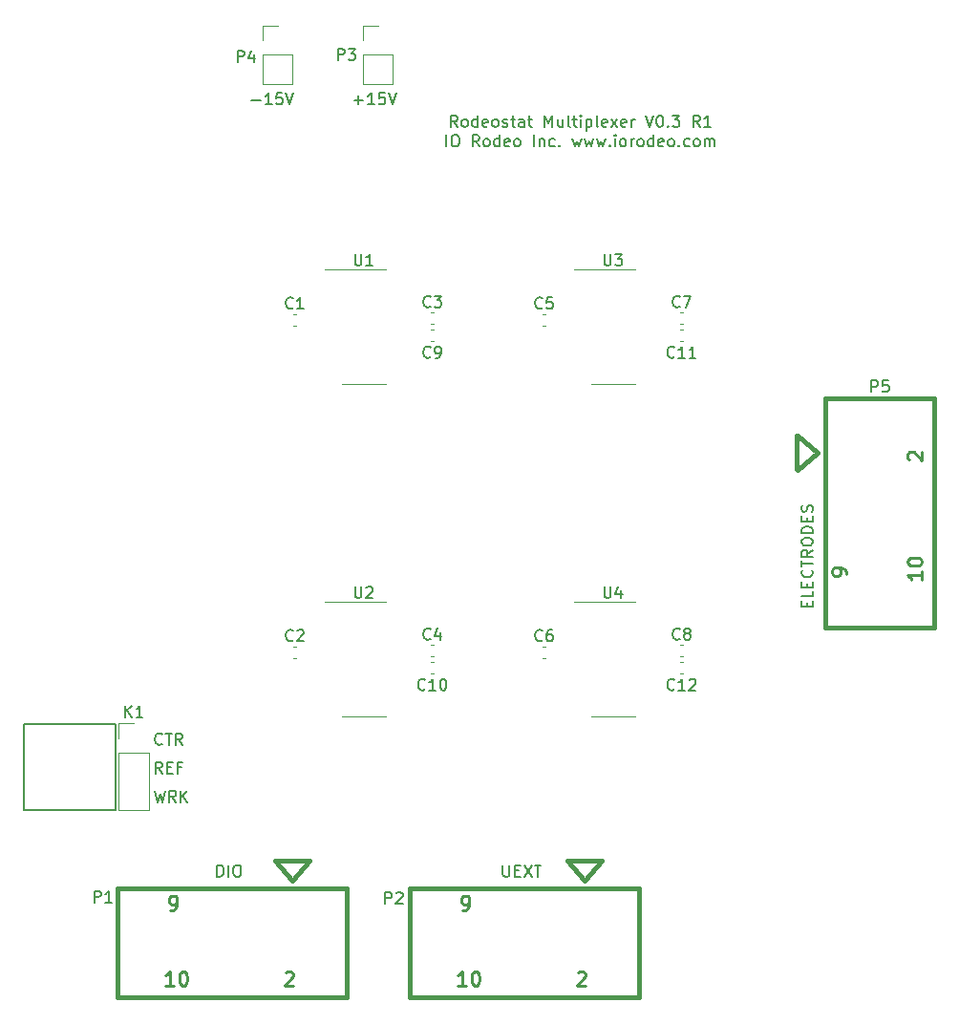
<source format=gto>
%TF.GenerationSoftware,KiCad,Pcbnew,5.1.7-a382d34a8~87~ubuntu18.04.1*%
%TF.CreationDate,2021-05-06T09:45:46-07:00*%
%TF.ProjectId,multiplexer,6d756c74-6970-46c6-9578-65722e6b6963,rev?*%
%TF.SameCoordinates,Original*%
%TF.FileFunction,Legend,Top*%
%TF.FilePolarity,Positive*%
%FSLAX46Y46*%
G04 Gerber Fmt 4.6, Leading zero omitted, Abs format (unit mm)*
G04 Created by KiCad (PCBNEW 5.1.7-a382d34a8~87~ubuntu18.04.1) date 2021-05-06 09:45:46*
%MOMM*%
%LPD*%
G01*
G04 APERTURE LIST*
%ADD10C,0.203200*%
%ADD11C,0.200000*%
%ADD12C,0.120000*%
%ADD13C,0.381000*%
%ADD14C,0.150000*%
%ADD15C,0.254000*%
G04 APERTURE END LIST*
D10*
X145977428Y-128935238D02*
X145977428Y-128596571D01*
X146509619Y-128451428D02*
X146509619Y-128935238D01*
X145493619Y-128935238D01*
X145493619Y-128451428D01*
X146509619Y-127532190D02*
X146509619Y-128016000D01*
X145493619Y-128016000D01*
X145977428Y-127193523D02*
X145977428Y-126854857D01*
X146509619Y-126709714D02*
X146509619Y-127193523D01*
X145493619Y-127193523D01*
X145493619Y-126709714D01*
X146412857Y-125693714D02*
X146461238Y-125742095D01*
X146509619Y-125887238D01*
X146509619Y-125984000D01*
X146461238Y-126129142D01*
X146364476Y-126225904D01*
X146267714Y-126274285D01*
X146074190Y-126322666D01*
X145929047Y-126322666D01*
X145735523Y-126274285D01*
X145638761Y-126225904D01*
X145542000Y-126129142D01*
X145493619Y-125984000D01*
X145493619Y-125887238D01*
X145542000Y-125742095D01*
X145590380Y-125693714D01*
X145493619Y-125403428D02*
X145493619Y-124822857D01*
X146509619Y-125113142D02*
X145493619Y-125113142D01*
X146509619Y-123903619D02*
X146025809Y-124242285D01*
X146509619Y-124484190D02*
X145493619Y-124484190D01*
X145493619Y-124097142D01*
X145542000Y-124000380D01*
X145590380Y-123952000D01*
X145687142Y-123903619D01*
X145832285Y-123903619D01*
X145929047Y-123952000D01*
X145977428Y-124000380D01*
X146025809Y-124097142D01*
X146025809Y-124484190D01*
X145493619Y-123274666D02*
X145493619Y-123081142D01*
X145542000Y-122984380D01*
X145638761Y-122887619D01*
X145832285Y-122839238D01*
X146170952Y-122839238D01*
X146364476Y-122887619D01*
X146461238Y-122984380D01*
X146509619Y-123081142D01*
X146509619Y-123274666D01*
X146461238Y-123371428D01*
X146364476Y-123468190D01*
X146170952Y-123516571D01*
X145832285Y-123516571D01*
X145638761Y-123468190D01*
X145542000Y-123371428D01*
X145493619Y-123274666D01*
X146509619Y-122403809D02*
X145493619Y-122403809D01*
X145493619Y-122161904D01*
X145542000Y-122016761D01*
X145638761Y-121920000D01*
X145735523Y-121871619D01*
X145929047Y-121823238D01*
X146074190Y-121823238D01*
X146267714Y-121871619D01*
X146364476Y-121920000D01*
X146461238Y-122016761D01*
X146509619Y-122161904D01*
X146509619Y-122403809D01*
X145977428Y-121387809D02*
X145977428Y-121049142D01*
X146509619Y-120904000D02*
X146509619Y-121387809D01*
X145493619Y-121387809D01*
X145493619Y-120904000D01*
X146461238Y-120516952D02*
X146509619Y-120371809D01*
X146509619Y-120129904D01*
X146461238Y-120033142D01*
X146412857Y-119984761D01*
X146316095Y-119936380D01*
X146219333Y-119936380D01*
X146122571Y-119984761D01*
X146074190Y-120033142D01*
X146025809Y-120129904D01*
X145977428Y-120323428D01*
X145929047Y-120420190D01*
X145880666Y-120468571D01*
X145783904Y-120516952D01*
X145687142Y-120516952D01*
X145590380Y-120468571D01*
X145542000Y-120420190D01*
X145493619Y-120323428D01*
X145493619Y-120081523D01*
X145542000Y-119936380D01*
X114997895Y-86413219D02*
X114659228Y-85929409D01*
X114417323Y-86413219D02*
X114417323Y-85397219D01*
X114804371Y-85397219D01*
X114901133Y-85445600D01*
X114949514Y-85493980D01*
X114997895Y-85590742D01*
X114997895Y-85735885D01*
X114949514Y-85832647D01*
X114901133Y-85881028D01*
X114804371Y-85929409D01*
X114417323Y-85929409D01*
X115578466Y-86413219D02*
X115481704Y-86364838D01*
X115433323Y-86316457D01*
X115384942Y-86219695D01*
X115384942Y-85929409D01*
X115433323Y-85832647D01*
X115481704Y-85784266D01*
X115578466Y-85735885D01*
X115723609Y-85735885D01*
X115820371Y-85784266D01*
X115868752Y-85832647D01*
X115917133Y-85929409D01*
X115917133Y-86219695D01*
X115868752Y-86316457D01*
X115820371Y-86364838D01*
X115723609Y-86413219D01*
X115578466Y-86413219D01*
X116787990Y-86413219D02*
X116787990Y-85397219D01*
X116787990Y-86364838D02*
X116691228Y-86413219D01*
X116497704Y-86413219D01*
X116400942Y-86364838D01*
X116352561Y-86316457D01*
X116304180Y-86219695D01*
X116304180Y-85929409D01*
X116352561Y-85832647D01*
X116400942Y-85784266D01*
X116497704Y-85735885D01*
X116691228Y-85735885D01*
X116787990Y-85784266D01*
X117658847Y-86364838D02*
X117562085Y-86413219D01*
X117368561Y-86413219D01*
X117271800Y-86364838D01*
X117223419Y-86268076D01*
X117223419Y-85881028D01*
X117271800Y-85784266D01*
X117368561Y-85735885D01*
X117562085Y-85735885D01*
X117658847Y-85784266D01*
X117707228Y-85881028D01*
X117707228Y-85977790D01*
X117223419Y-86074552D01*
X118287800Y-86413219D02*
X118191038Y-86364838D01*
X118142657Y-86316457D01*
X118094276Y-86219695D01*
X118094276Y-85929409D01*
X118142657Y-85832647D01*
X118191038Y-85784266D01*
X118287800Y-85735885D01*
X118432942Y-85735885D01*
X118529704Y-85784266D01*
X118578085Y-85832647D01*
X118626466Y-85929409D01*
X118626466Y-86219695D01*
X118578085Y-86316457D01*
X118529704Y-86364838D01*
X118432942Y-86413219D01*
X118287800Y-86413219D01*
X119013514Y-86364838D02*
X119110276Y-86413219D01*
X119303800Y-86413219D01*
X119400561Y-86364838D01*
X119448942Y-86268076D01*
X119448942Y-86219695D01*
X119400561Y-86122933D01*
X119303800Y-86074552D01*
X119158657Y-86074552D01*
X119061895Y-86026171D01*
X119013514Y-85929409D01*
X119013514Y-85881028D01*
X119061895Y-85784266D01*
X119158657Y-85735885D01*
X119303800Y-85735885D01*
X119400561Y-85784266D01*
X119739228Y-85735885D02*
X120126276Y-85735885D01*
X119884371Y-85397219D02*
X119884371Y-86268076D01*
X119932752Y-86364838D01*
X120029514Y-86413219D01*
X120126276Y-86413219D01*
X120900371Y-86413219D02*
X120900371Y-85881028D01*
X120851990Y-85784266D01*
X120755228Y-85735885D01*
X120561704Y-85735885D01*
X120464942Y-85784266D01*
X120900371Y-86364838D02*
X120803609Y-86413219D01*
X120561704Y-86413219D01*
X120464942Y-86364838D01*
X120416561Y-86268076D01*
X120416561Y-86171314D01*
X120464942Y-86074552D01*
X120561704Y-86026171D01*
X120803609Y-86026171D01*
X120900371Y-85977790D01*
X121239038Y-85735885D02*
X121626085Y-85735885D01*
X121384180Y-85397219D02*
X121384180Y-86268076D01*
X121432561Y-86364838D01*
X121529323Y-86413219D01*
X121626085Y-86413219D01*
X122738847Y-86413219D02*
X122738847Y-85397219D01*
X123077514Y-86122933D01*
X123416180Y-85397219D01*
X123416180Y-86413219D01*
X124335419Y-85735885D02*
X124335419Y-86413219D01*
X123899990Y-85735885D02*
X123899990Y-86268076D01*
X123948371Y-86364838D01*
X124045133Y-86413219D01*
X124190276Y-86413219D01*
X124287038Y-86364838D01*
X124335419Y-86316457D01*
X124964371Y-86413219D02*
X124867609Y-86364838D01*
X124819228Y-86268076D01*
X124819228Y-85397219D01*
X125206276Y-85735885D02*
X125593323Y-85735885D01*
X125351419Y-85397219D02*
X125351419Y-86268076D01*
X125399800Y-86364838D01*
X125496561Y-86413219D01*
X125593323Y-86413219D01*
X125931990Y-86413219D02*
X125931990Y-85735885D01*
X125931990Y-85397219D02*
X125883609Y-85445600D01*
X125931990Y-85493980D01*
X125980371Y-85445600D01*
X125931990Y-85397219D01*
X125931990Y-85493980D01*
X126415800Y-85735885D02*
X126415800Y-86751885D01*
X126415800Y-85784266D02*
X126512561Y-85735885D01*
X126706085Y-85735885D01*
X126802847Y-85784266D01*
X126851228Y-85832647D01*
X126899609Y-85929409D01*
X126899609Y-86219695D01*
X126851228Y-86316457D01*
X126802847Y-86364838D01*
X126706085Y-86413219D01*
X126512561Y-86413219D01*
X126415800Y-86364838D01*
X127480180Y-86413219D02*
X127383419Y-86364838D01*
X127335038Y-86268076D01*
X127335038Y-85397219D01*
X128254276Y-86364838D02*
X128157514Y-86413219D01*
X127963990Y-86413219D01*
X127867228Y-86364838D01*
X127818847Y-86268076D01*
X127818847Y-85881028D01*
X127867228Y-85784266D01*
X127963990Y-85735885D01*
X128157514Y-85735885D01*
X128254276Y-85784266D01*
X128302657Y-85881028D01*
X128302657Y-85977790D01*
X127818847Y-86074552D01*
X128641323Y-86413219D02*
X129173514Y-85735885D01*
X128641323Y-85735885D02*
X129173514Y-86413219D01*
X129947609Y-86364838D02*
X129850847Y-86413219D01*
X129657323Y-86413219D01*
X129560561Y-86364838D01*
X129512180Y-86268076D01*
X129512180Y-85881028D01*
X129560561Y-85784266D01*
X129657323Y-85735885D01*
X129850847Y-85735885D01*
X129947609Y-85784266D01*
X129995990Y-85881028D01*
X129995990Y-85977790D01*
X129512180Y-86074552D01*
X130431419Y-86413219D02*
X130431419Y-85735885D01*
X130431419Y-85929409D02*
X130479800Y-85832647D01*
X130528180Y-85784266D01*
X130624942Y-85735885D01*
X130721704Y-85735885D01*
X131689323Y-85397219D02*
X132027990Y-86413219D01*
X132366657Y-85397219D01*
X132898847Y-85397219D02*
X132995609Y-85397219D01*
X133092371Y-85445600D01*
X133140752Y-85493980D01*
X133189133Y-85590742D01*
X133237514Y-85784266D01*
X133237514Y-86026171D01*
X133189133Y-86219695D01*
X133140752Y-86316457D01*
X133092371Y-86364838D01*
X132995609Y-86413219D01*
X132898847Y-86413219D01*
X132802085Y-86364838D01*
X132753704Y-86316457D01*
X132705323Y-86219695D01*
X132656942Y-86026171D01*
X132656942Y-85784266D01*
X132705323Y-85590742D01*
X132753704Y-85493980D01*
X132802085Y-85445600D01*
X132898847Y-85397219D01*
X133672942Y-86316457D02*
X133721323Y-86364838D01*
X133672942Y-86413219D01*
X133624561Y-86364838D01*
X133672942Y-86316457D01*
X133672942Y-86413219D01*
X134059990Y-85397219D02*
X134688942Y-85397219D01*
X134350276Y-85784266D01*
X134495419Y-85784266D01*
X134592180Y-85832647D01*
X134640561Y-85881028D01*
X134688942Y-85977790D01*
X134688942Y-86219695D01*
X134640561Y-86316457D01*
X134592180Y-86364838D01*
X134495419Y-86413219D01*
X134205133Y-86413219D01*
X134108371Y-86364838D01*
X134059990Y-86316457D01*
X136479038Y-86413219D02*
X136140371Y-85929409D01*
X135898466Y-86413219D02*
X135898466Y-85397219D01*
X136285514Y-85397219D01*
X136382276Y-85445600D01*
X136430657Y-85493980D01*
X136479038Y-85590742D01*
X136479038Y-85735885D01*
X136430657Y-85832647D01*
X136382276Y-85881028D01*
X136285514Y-85929409D01*
X135898466Y-85929409D01*
X137446657Y-86413219D02*
X136866085Y-86413219D01*
X137156371Y-86413219D02*
X137156371Y-85397219D01*
X137059609Y-85542361D01*
X136962847Y-85639123D01*
X136866085Y-85687504D01*
X114030276Y-88140419D02*
X114030276Y-87124419D01*
X114707609Y-87124419D02*
X114901133Y-87124419D01*
X114997895Y-87172800D01*
X115094657Y-87269561D01*
X115143038Y-87463085D01*
X115143038Y-87801752D01*
X115094657Y-87995276D01*
X114997895Y-88092038D01*
X114901133Y-88140419D01*
X114707609Y-88140419D01*
X114610847Y-88092038D01*
X114514085Y-87995276D01*
X114465704Y-87801752D01*
X114465704Y-87463085D01*
X114514085Y-87269561D01*
X114610847Y-87172800D01*
X114707609Y-87124419D01*
X116933133Y-88140419D02*
X116594466Y-87656609D01*
X116352561Y-88140419D02*
X116352561Y-87124419D01*
X116739609Y-87124419D01*
X116836371Y-87172800D01*
X116884752Y-87221180D01*
X116933133Y-87317942D01*
X116933133Y-87463085D01*
X116884752Y-87559847D01*
X116836371Y-87608228D01*
X116739609Y-87656609D01*
X116352561Y-87656609D01*
X117513704Y-88140419D02*
X117416942Y-88092038D01*
X117368561Y-88043657D01*
X117320180Y-87946895D01*
X117320180Y-87656609D01*
X117368561Y-87559847D01*
X117416942Y-87511466D01*
X117513704Y-87463085D01*
X117658847Y-87463085D01*
X117755609Y-87511466D01*
X117803990Y-87559847D01*
X117852371Y-87656609D01*
X117852371Y-87946895D01*
X117803990Y-88043657D01*
X117755609Y-88092038D01*
X117658847Y-88140419D01*
X117513704Y-88140419D01*
X118723228Y-88140419D02*
X118723228Y-87124419D01*
X118723228Y-88092038D02*
X118626466Y-88140419D01*
X118432942Y-88140419D01*
X118336180Y-88092038D01*
X118287800Y-88043657D01*
X118239419Y-87946895D01*
X118239419Y-87656609D01*
X118287800Y-87559847D01*
X118336180Y-87511466D01*
X118432942Y-87463085D01*
X118626466Y-87463085D01*
X118723228Y-87511466D01*
X119594085Y-88092038D02*
X119497323Y-88140419D01*
X119303800Y-88140419D01*
X119207038Y-88092038D01*
X119158657Y-87995276D01*
X119158657Y-87608228D01*
X119207038Y-87511466D01*
X119303800Y-87463085D01*
X119497323Y-87463085D01*
X119594085Y-87511466D01*
X119642466Y-87608228D01*
X119642466Y-87704990D01*
X119158657Y-87801752D01*
X120223038Y-88140419D02*
X120126276Y-88092038D01*
X120077895Y-88043657D01*
X120029514Y-87946895D01*
X120029514Y-87656609D01*
X120077895Y-87559847D01*
X120126276Y-87511466D01*
X120223038Y-87463085D01*
X120368180Y-87463085D01*
X120464942Y-87511466D01*
X120513323Y-87559847D01*
X120561704Y-87656609D01*
X120561704Y-87946895D01*
X120513323Y-88043657D01*
X120464942Y-88092038D01*
X120368180Y-88140419D01*
X120223038Y-88140419D01*
X121771228Y-88140419D02*
X121771228Y-87124419D01*
X122255038Y-87463085D02*
X122255038Y-88140419D01*
X122255038Y-87559847D02*
X122303419Y-87511466D01*
X122400180Y-87463085D01*
X122545323Y-87463085D01*
X122642085Y-87511466D01*
X122690466Y-87608228D01*
X122690466Y-88140419D01*
X123609704Y-88092038D02*
X123512942Y-88140419D01*
X123319419Y-88140419D01*
X123222657Y-88092038D01*
X123174276Y-88043657D01*
X123125895Y-87946895D01*
X123125895Y-87656609D01*
X123174276Y-87559847D01*
X123222657Y-87511466D01*
X123319419Y-87463085D01*
X123512942Y-87463085D01*
X123609704Y-87511466D01*
X124045133Y-88043657D02*
X124093514Y-88092038D01*
X124045133Y-88140419D01*
X123996752Y-88092038D01*
X124045133Y-88043657D01*
X124045133Y-88140419D01*
X125206276Y-87463085D02*
X125399800Y-88140419D01*
X125593323Y-87656609D01*
X125786847Y-88140419D01*
X125980371Y-87463085D01*
X126270657Y-87463085D02*
X126464180Y-88140419D01*
X126657704Y-87656609D01*
X126851228Y-88140419D01*
X127044752Y-87463085D01*
X127335038Y-87463085D02*
X127528561Y-88140419D01*
X127722085Y-87656609D01*
X127915609Y-88140419D01*
X128109133Y-87463085D01*
X128496180Y-88043657D02*
X128544561Y-88092038D01*
X128496180Y-88140419D01*
X128447800Y-88092038D01*
X128496180Y-88043657D01*
X128496180Y-88140419D01*
X128979990Y-88140419D02*
X128979990Y-87463085D01*
X128979990Y-87124419D02*
X128931609Y-87172800D01*
X128979990Y-87221180D01*
X129028371Y-87172800D01*
X128979990Y-87124419D01*
X128979990Y-87221180D01*
X129608942Y-88140419D02*
X129512180Y-88092038D01*
X129463800Y-88043657D01*
X129415419Y-87946895D01*
X129415419Y-87656609D01*
X129463800Y-87559847D01*
X129512180Y-87511466D01*
X129608942Y-87463085D01*
X129754085Y-87463085D01*
X129850847Y-87511466D01*
X129899228Y-87559847D01*
X129947609Y-87656609D01*
X129947609Y-87946895D01*
X129899228Y-88043657D01*
X129850847Y-88092038D01*
X129754085Y-88140419D01*
X129608942Y-88140419D01*
X130383038Y-88140419D02*
X130383038Y-87463085D01*
X130383038Y-87656609D02*
X130431419Y-87559847D01*
X130479800Y-87511466D01*
X130576561Y-87463085D01*
X130673323Y-87463085D01*
X131157133Y-88140419D02*
X131060371Y-88092038D01*
X131011990Y-88043657D01*
X130963609Y-87946895D01*
X130963609Y-87656609D01*
X131011990Y-87559847D01*
X131060371Y-87511466D01*
X131157133Y-87463085D01*
X131302276Y-87463085D01*
X131399038Y-87511466D01*
X131447419Y-87559847D01*
X131495800Y-87656609D01*
X131495800Y-87946895D01*
X131447419Y-88043657D01*
X131399038Y-88092038D01*
X131302276Y-88140419D01*
X131157133Y-88140419D01*
X132366657Y-88140419D02*
X132366657Y-87124419D01*
X132366657Y-88092038D02*
X132269895Y-88140419D01*
X132076371Y-88140419D01*
X131979609Y-88092038D01*
X131931228Y-88043657D01*
X131882847Y-87946895D01*
X131882847Y-87656609D01*
X131931228Y-87559847D01*
X131979609Y-87511466D01*
X132076371Y-87463085D01*
X132269895Y-87463085D01*
X132366657Y-87511466D01*
X133237514Y-88092038D02*
X133140752Y-88140419D01*
X132947228Y-88140419D01*
X132850466Y-88092038D01*
X132802085Y-87995276D01*
X132802085Y-87608228D01*
X132850466Y-87511466D01*
X132947228Y-87463085D01*
X133140752Y-87463085D01*
X133237514Y-87511466D01*
X133285895Y-87608228D01*
X133285895Y-87704990D01*
X132802085Y-87801752D01*
X133866466Y-88140419D02*
X133769704Y-88092038D01*
X133721323Y-88043657D01*
X133672942Y-87946895D01*
X133672942Y-87656609D01*
X133721323Y-87559847D01*
X133769704Y-87511466D01*
X133866466Y-87463085D01*
X134011609Y-87463085D01*
X134108371Y-87511466D01*
X134156752Y-87559847D01*
X134205133Y-87656609D01*
X134205133Y-87946895D01*
X134156752Y-88043657D01*
X134108371Y-88092038D01*
X134011609Y-88140419D01*
X133866466Y-88140419D01*
X134640561Y-88043657D02*
X134688942Y-88092038D01*
X134640561Y-88140419D01*
X134592180Y-88092038D01*
X134640561Y-88043657D01*
X134640561Y-88140419D01*
X135559800Y-88092038D02*
X135463038Y-88140419D01*
X135269514Y-88140419D01*
X135172752Y-88092038D01*
X135124371Y-88043657D01*
X135075990Y-87946895D01*
X135075990Y-87656609D01*
X135124371Y-87559847D01*
X135172752Y-87511466D01*
X135269514Y-87463085D01*
X135463038Y-87463085D01*
X135559800Y-87511466D01*
X136140371Y-88140419D02*
X136043609Y-88092038D01*
X135995228Y-88043657D01*
X135946847Y-87946895D01*
X135946847Y-87656609D01*
X135995228Y-87559847D01*
X136043609Y-87511466D01*
X136140371Y-87463085D01*
X136285514Y-87463085D01*
X136382276Y-87511466D01*
X136430657Y-87559847D01*
X136479038Y-87656609D01*
X136479038Y-87946895D01*
X136430657Y-88043657D01*
X136382276Y-88092038D01*
X136285514Y-88140419D01*
X136140371Y-88140419D01*
X136914466Y-88140419D02*
X136914466Y-87463085D01*
X136914466Y-87559847D02*
X136962847Y-87511466D01*
X137059609Y-87463085D01*
X137204752Y-87463085D01*
X137301514Y-87511466D01*
X137349895Y-87608228D01*
X137349895Y-88140419D01*
X137349895Y-87608228D02*
X137398276Y-87511466D01*
X137495038Y-87463085D01*
X137640180Y-87463085D01*
X137736942Y-87511466D01*
X137785323Y-87608228D01*
X137785323Y-88140419D01*
X119029238Y-151843619D02*
X119029238Y-152666095D01*
X119077619Y-152762857D01*
X119126000Y-152811238D01*
X119222761Y-152859619D01*
X119416285Y-152859619D01*
X119513047Y-152811238D01*
X119561428Y-152762857D01*
X119609809Y-152666095D01*
X119609809Y-151843619D01*
X120093619Y-152327428D02*
X120432285Y-152327428D01*
X120577428Y-152859619D02*
X120093619Y-152859619D01*
X120093619Y-151843619D01*
X120577428Y-151843619D01*
X120916095Y-151843619D02*
X121593428Y-152859619D01*
X121593428Y-151843619D02*
X120916095Y-152859619D01*
X121835333Y-151843619D02*
X122415904Y-151843619D01*
X122125619Y-152859619D02*
X122125619Y-151843619D01*
X93701809Y-152859619D02*
X93701809Y-151843619D01*
X93943714Y-151843619D01*
X94088857Y-151892000D01*
X94185619Y-151988761D01*
X94234000Y-152085523D01*
X94282380Y-152279047D01*
X94282380Y-152424190D01*
X94234000Y-152617714D01*
X94185619Y-152714476D01*
X94088857Y-152811238D01*
X93943714Y-152859619D01*
X93701809Y-152859619D01*
X94717809Y-152859619D02*
X94717809Y-151843619D01*
X95395142Y-151843619D02*
X95588666Y-151843619D01*
X95685428Y-151892000D01*
X95782190Y-151988761D01*
X95830571Y-152182285D01*
X95830571Y-152520952D01*
X95782190Y-152714476D01*
X95685428Y-152811238D01*
X95588666Y-152859619D01*
X95395142Y-152859619D01*
X95298380Y-152811238D01*
X95201619Y-152714476D01*
X95153238Y-152520952D01*
X95153238Y-152182285D01*
X95201619Y-151988761D01*
X95298380Y-151892000D01*
X95395142Y-151843619D01*
X88210571Y-145239619D02*
X88452476Y-146255619D01*
X88646000Y-145529904D01*
X88839523Y-146255619D01*
X89081428Y-145239619D01*
X90049047Y-146255619D02*
X89710380Y-145771809D01*
X89468476Y-146255619D02*
X89468476Y-145239619D01*
X89855523Y-145239619D01*
X89952285Y-145288000D01*
X90000666Y-145336380D01*
X90049047Y-145433142D01*
X90049047Y-145578285D01*
X90000666Y-145675047D01*
X89952285Y-145723428D01*
X89855523Y-145771809D01*
X89468476Y-145771809D01*
X90484476Y-146255619D02*
X90484476Y-145239619D01*
X91065047Y-146255619D02*
X90629619Y-145675047D01*
X91065047Y-145239619D02*
X90484476Y-145820190D01*
X88827428Y-143715619D02*
X88488761Y-143231809D01*
X88246857Y-143715619D02*
X88246857Y-142699619D01*
X88633904Y-142699619D01*
X88730666Y-142748000D01*
X88779047Y-142796380D01*
X88827428Y-142893142D01*
X88827428Y-143038285D01*
X88779047Y-143135047D01*
X88730666Y-143183428D01*
X88633904Y-143231809D01*
X88246857Y-143231809D01*
X89262857Y-143183428D02*
X89601523Y-143183428D01*
X89746666Y-143715619D02*
X89262857Y-143715619D01*
X89262857Y-142699619D01*
X89746666Y-142699619D01*
X90520761Y-143183428D02*
X90182095Y-143183428D01*
X90182095Y-143715619D02*
X90182095Y-142699619D01*
X90665904Y-142699619D01*
X88827428Y-141078857D02*
X88779047Y-141127238D01*
X88633904Y-141175619D01*
X88537142Y-141175619D01*
X88392000Y-141127238D01*
X88295238Y-141030476D01*
X88246857Y-140933714D01*
X88198476Y-140740190D01*
X88198476Y-140595047D01*
X88246857Y-140401523D01*
X88295238Y-140304761D01*
X88392000Y-140208000D01*
X88537142Y-140159619D01*
X88633904Y-140159619D01*
X88779047Y-140208000D01*
X88827428Y-140256380D01*
X89117714Y-140159619D02*
X89698285Y-140159619D01*
X89408000Y-141175619D02*
X89408000Y-140159619D01*
X90617523Y-141175619D02*
X90278857Y-140691809D01*
X90036952Y-141175619D02*
X90036952Y-140159619D01*
X90424000Y-140159619D01*
X90520761Y-140208000D01*
X90569142Y-140256380D01*
X90617523Y-140353142D01*
X90617523Y-140498285D01*
X90569142Y-140595047D01*
X90520761Y-140643428D01*
X90424000Y-140691809D01*
X90036952Y-140691809D01*
X105855104Y-84019571D02*
X106629200Y-84019571D01*
X106242152Y-84406619D02*
X106242152Y-83632523D01*
X107645200Y-84406619D02*
X107064628Y-84406619D01*
X107354914Y-84406619D02*
X107354914Y-83390619D01*
X107258152Y-83535761D01*
X107161390Y-83632523D01*
X107064628Y-83680904D01*
X108564438Y-83390619D02*
X108080628Y-83390619D01*
X108032247Y-83874428D01*
X108080628Y-83826047D01*
X108177390Y-83777666D01*
X108419295Y-83777666D01*
X108516057Y-83826047D01*
X108564438Y-83874428D01*
X108612819Y-83971190D01*
X108612819Y-84213095D01*
X108564438Y-84309857D01*
X108516057Y-84358238D01*
X108419295Y-84406619D01*
X108177390Y-84406619D01*
X108080628Y-84358238D01*
X108032247Y-84309857D01*
X108903104Y-83390619D02*
X109241771Y-84406619D01*
X109580438Y-83390619D01*
X96761904Y-84019571D02*
X97536000Y-84019571D01*
X98552000Y-84406619D02*
X97971428Y-84406619D01*
X98261714Y-84406619D02*
X98261714Y-83390619D01*
X98164952Y-83535761D01*
X98068190Y-83632523D01*
X97971428Y-83680904D01*
X99471238Y-83390619D02*
X98987428Y-83390619D01*
X98939047Y-83874428D01*
X98987428Y-83826047D01*
X99084190Y-83777666D01*
X99326095Y-83777666D01*
X99422857Y-83826047D01*
X99471238Y-83874428D01*
X99519619Y-83971190D01*
X99519619Y-84213095D01*
X99471238Y-84309857D01*
X99422857Y-84358238D01*
X99326095Y-84406619D01*
X99084190Y-84406619D01*
X98987428Y-84358238D01*
X98939047Y-84309857D01*
X99809904Y-83390619D02*
X100148571Y-84406619D01*
X100487238Y-83390619D01*
D11*
X76581000Y-139319000D02*
X84709000Y-139319000D01*
X76581000Y-146939000D02*
X76581000Y-139319000D01*
X84709000Y-146939000D02*
X76581000Y-146939000D01*
X84709000Y-143129000D02*
X84709000Y-146939000D01*
X84709000Y-143129000D02*
X84709000Y-139319000D01*
D12*
%TO.C,C1*%
X100443420Y-102995000D02*
X100724580Y-102995000D01*
X100443420Y-104015000D02*
X100724580Y-104015000D01*
%TO.C,C2*%
X100443420Y-132459000D02*
X100724580Y-132459000D01*
X100443420Y-133479000D02*
X100724580Y-133479000D01*
%TO.C,C3*%
X112635420Y-103888000D02*
X112916580Y-103888000D01*
X112635420Y-102868000D02*
X112916580Y-102868000D01*
%TO.C,C4*%
X112635420Y-133352000D02*
X112916580Y-133352000D01*
X112635420Y-132332000D02*
X112916580Y-132332000D01*
%TO.C,C5*%
X122541420Y-102995000D02*
X122822580Y-102995000D01*
X122541420Y-104015000D02*
X122822580Y-104015000D01*
%TO.C,C6*%
X122541420Y-133479000D02*
X122822580Y-133479000D01*
X122541420Y-132459000D02*
X122822580Y-132459000D01*
%TO.C,C7*%
X134733420Y-103888000D02*
X135014580Y-103888000D01*
X134733420Y-102868000D02*
X135014580Y-102868000D01*
%TO.C,C8*%
X134733420Y-132332000D02*
X135014580Y-132332000D01*
X134733420Y-133352000D02*
X135014580Y-133352000D01*
%TO.C,C9*%
X112635420Y-105412000D02*
X112916580Y-105412000D01*
X112635420Y-104392000D02*
X112916580Y-104392000D01*
%TO.C,C10*%
X112635420Y-133856000D02*
X112916580Y-133856000D01*
X112635420Y-134876000D02*
X112916580Y-134876000D01*
%TO.C,C11*%
X134733420Y-105412000D02*
X135014580Y-105412000D01*
X134733420Y-104392000D02*
X135014580Y-104392000D01*
%TO.C,C12*%
X134733420Y-133856000D02*
X135014580Y-133856000D01*
X134733420Y-134876000D02*
X135014580Y-134876000D01*
%TO.C,K1*%
X84979200Y-139259000D02*
X86309200Y-139259000D01*
X84979200Y-140589000D02*
X84979200Y-139259000D01*
X84979200Y-141859000D02*
X87639200Y-141859000D01*
X87639200Y-141859000D02*
X87639200Y-146999000D01*
X84979200Y-141859000D02*
X84979200Y-146999000D01*
X84979200Y-146999000D02*
X87639200Y-146999000D01*
D13*
%TO.C,P1*%
X105156000Y-163576000D02*
X84836000Y-163576000D01*
X84836000Y-163576000D02*
X84836000Y-153924000D01*
X84836000Y-153924000D02*
X105156000Y-153924000D01*
X105156000Y-153924000D02*
X105156000Y-163576000D01*
X101897180Y-151450040D02*
X98894900Y-151450040D01*
X100360480Y-153261060D02*
X101884480Y-151483060D01*
X98836480Y-151485600D02*
X100360480Y-153263600D01*
%TO.C,P2*%
X124744480Y-151485600D02*
X126268480Y-153263600D01*
X126268480Y-153261060D02*
X127792480Y-151483060D01*
X127805180Y-151450040D02*
X124802900Y-151450040D01*
X131064000Y-153924000D02*
X131064000Y-163576000D01*
X110744000Y-153924000D02*
X131064000Y-153924000D01*
X110744000Y-163576000D02*
X110744000Y-153924000D01*
X131064000Y-163576000D02*
X110744000Y-163576000D01*
D12*
%TO.C,P3*%
X106620000Y-77410000D02*
X107950000Y-77410000D01*
X106620000Y-78740000D02*
X106620000Y-77410000D01*
X106620000Y-80010000D02*
X109280000Y-80010000D01*
X109280000Y-80010000D02*
X109280000Y-82610000D01*
X106620000Y-80010000D02*
X106620000Y-82610000D01*
X106620000Y-82610000D02*
X109280000Y-82610000D01*
%TO.C,P4*%
X97730000Y-82610000D02*
X100390000Y-82610000D01*
X97730000Y-80010000D02*
X97730000Y-82610000D01*
X100390000Y-80010000D02*
X100390000Y-82610000D01*
X97730000Y-80010000D02*
X100390000Y-80010000D01*
X97730000Y-78740000D02*
X97730000Y-77410000D01*
X97730000Y-77410000D02*
X99060000Y-77410000D01*
D13*
%TO.C,P5*%
X145135600Y-116809520D02*
X146913600Y-115285520D01*
X146911060Y-115285520D02*
X145133060Y-113761520D01*
X145100040Y-113748820D02*
X145100040Y-116751100D01*
X147574000Y-110490000D02*
X157226000Y-110490000D01*
X147574000Y-130810000D02*
X147574000Y-110490000D01*
X157226000Y-130810000D02*
X147574000Y-130810000D01*
X157226000Y-110490000D02*
X157226000Y-130810000D01*
D12*
%TO.C,U1*%
X106680000Y-109200000D02*
X108630000Y-109200000D01*
X106680000Y-109200000D02*
X104730000Y-109200000D01*
X106680000Y-99080000D02*
X108630000Y-99080000D01*
X106680000Y-99080000D02*
X103230000Y-99080000D01*
%TO.C,U2*%
X106680000Y-138664000D02*
X108630000Y-138664000D01*
X106680000Y-138664000D02*
X104730000Y-138664000D01*
X106680000Y-128544000D02*
X108630000Y-128544000D01*
X106680000Y-128544000D02*
X103230000Y-128544000D01*
%TO.C,U3*%
X128778000Y-99080000D02*
X125328000Y-99080000D01*
X128778000Y-99080000D02*
X130728000Y-99080000D01*
X128778000Y-109200000D02*
X126828000Y-109200000D01*
X128778000Y-109200000D02*
X130728000Y-109200000D01*
%TO.C,U4*%
X128778000Y-128544000D02*
X125328000Y-128544000D01*
X128778000Y-128544000D02*
X130728000Y-128544000D01*
X128778000Y-138664000D02*
X126828000Y-138664000D01*
X128778000Y-138664000D02*
X130728000Y-138664000D01*
%TO.C,C1*%
D14*
X100417333Y-102432142D02*
X100369714Y-102479761D01*
X100226857Y-102527380D01*
X100131619Y-102527380D01*
X99988761Y-102479761D01*
X99893523Y-102384523D01*
X99845904Y-102289285D01*
X99798285Y-102098809D01*
X99798285Y-101955952D01*
X99845904Y-101765476D01*
X99893523Y-101670238D01*
X99988761Y-101575000D01*
X100131619Y-101527380D01*
X100226857Y-101527380D01*
X100369714Y-101575000D01*
X100417333Y-101622619D01*
X101369714Y-102527380D02*
X100798285Y-102527380D01*
X101084000Y-102527380D02*
X101084000Y-101527380D01*
X100988761Y-101670238D01*
X100893523Y-101765476D01*
X100798285Y-101813095D01*
%TO.C,C2*%
X100417333Y-131896142D02*
X100369714Y-131943761D01*
X100226857Y-131991380D01*
X100131619Y-131991380D01*
X99988761Y-131943761D01*
X99893523Y-131848523D01*
X99845904Y-131753285D01*
X99798285Y-131562809D01*
X99798285Y-131419952D01*
X99845904Y-131229476D01*
X99893523Y-131134238D01*
X99988761Y-131039000D01*
X100131619Y-130991380D01*
X100226857Y-130991380D01*
X100369714Y-131039000D01*
X100417333Y-131086619D01*
X100798285Y-131086619D02*
X100845904Y-131039000D01*
X100941142Y-130991380D01*
X101179238Y-130991380D01*
X101274476Y-131039000D01*
X101322095Y-131086619D01*
X101369714Y-131181857D01*
X101369714Y-131277095D01*
X101322095Y-131419952D01*
X100750666Y-131991380D01*
X101369714Y-131991380D01*
%TO.C,C3*%
X112609333Y-102305142D02*
X112561714Y-102352761D01*
X112418857Y-102400380D01*
X112323619Y-102400380D01*
X112180761Y-102352761D01*
X112085523Y-102257523D01*
X112037904Y-102162285D01*
X111990285Y-101971809D01*
X111990285Y-101828952D01*
X112037904Y-101638476D01*
X112085523Y-101543238D01*
X112180761Y-101448000D01*
X112323619Y-101400380D01*
X112418857Y-101400380D01*
X112561714Y-101448000D01*
X112609333Y-101495619D01*
X112942666Y-101400380D02*
X113561714Y-101400380D01*
X113228380Y-101781333D01*
X113371238Y-101781333D01*
X113466476Y-101828952D01*
X113514095Y-101876571D01*
X113561714Y-101971809D01*
X113561714Y-102209904D01*
X113514095Y-102305142D01*
X113466476Y-102352761D01*
X113371238Y-102400380D01*
X113085523Y-102400380D01*
X112990285Y-102352761D01*
X112942666Y-102305142D01*
%TO.C,C4*%
X112609333Y-131769142D02*
X112561714Y-131816761D01*
X112418857Y-131864380D01*
X112323619Y-131864380D01*
X112180761Y-131816761D01*
X112085523Y-131721523D01*
X112037904Y-131626285D01*
X111990285Y-131435809D01*
X111990285Y-131292952D01*
X112037904Y-131102476D01*
X112085523Y-131007238D01*
X112180761Y-130912000D01*
X112323619Y-130864380D01*
X112418857Y-130864380D01*
X112561714Y-130912000D01*
X112609333Y-130959619D01*
X113466476Y-131197714D02*
X113466476Y-131864380D01*
X113228380Y-130816761D02*
X112990285Y-131531047D01*
X113609333Y-131531047D01*
%TO.C,C5*%
X122515333Y-102432142D02*
X122467714Y-102479761D01*
X122324857Y-102527380D01*
X122229619Y-102527380D01*
X122086761Y-102479761D01*
X121991523Y-102384523D01*
X121943904Y-102289285D01*
X121896285Y-102098809D01*
X121896285Y-101955952D01*
X121943904Y-101765476D01*
X121991523Y-101670238D01*
X122086761Y-101575000D01*
X122229619Y-101527380D01*
X122324857Y-101527380D01*
X122467714Y-101575000D01*
X122515333Y-101622619D01*
X123420095Y-101527380D02*
X122943904Y-101527380D01*
X122896285Y-102003571D01*
X122943904Y-101955952D01*
X123039142Y-101908333D01*
X123277238Y-101908333D01*
X123372476Y-101955952D01*
X123420095Y-102003571D01*
X123467714Y-102098809D01*
X123467714Y-102336904D01*
X123420095Y-102432142D01*
X123372476Y-102479761D01*
X123277238Y-102527380D01*
X123039142Y-102527380D01*
X122943904Y-102479761D01*
X122896285Y-102432142D01*
%TO.C,C6*%
X122515333Y-131896142D02*
X122467714Y-131943761D01*
X122324857Y-131991380D01*
X122229619Y-131991380D01*
X122086761Y-131943761D01*
X121991523Y-131848523D01*
X121943904Y-131753285D01*
X121896285Y-131562809D01*
X121896285Y-131419952D01*
X121943904Y-131229476D01*
X121991523Y-131134238D01*
X122086761Y-131039000D01*
X122229619Y-130991380D01*
X122324857Y-130991380D01*
X122467714Y-131039000D01*
X122515333Y-131086619D01*
X123372476Y-130991380D02*
X123182000Y-130991380D01*
X123086761Y-131039000D01*
X123039142Y-131086619D01*
X122943904Y-131229476D01*
X122896285Y-131419952D01*
X122896285Y-131800904D01*
X122943904Y-131896142D01*
X122991523Y-131943761D01*
X123086761Y-131991380D01*
X123277238Y-131991380D01*
X123372476Y-131943761D01*
X123420095Y-131896142D01*
X123467714Y-131800904D01*
X123467714Y-131562809D01*
X123420095Y-131467571D01*
X123372476Y-131419952D01*
X123277238Y-131372333D01*
X123086761Y-131372333D01*
X122991523Y-131419952D01*
X122943904Y-131467571D01*
X122896285Y-131562809D01*
%TO.C,C7*%
X134707333Y-102305142D02*
X134659714Y-102352761D01*
X134516857Y-102400380D01*
X134421619Y-102400380D01*
X134278761Y-102352761D01*
X134183523Y-102257523D01*
X134135904Y-102162285D01*
X134088285Y-101971809D01*
X134088285Y-101828952D01*
X134135904Y-101638476D01*
X134183523Y-101543238D01*
X134278761Y-101448000D01*
X134421619Y-101400380D01*
X134516857Y-101400380D01*
X134659714Y-101448000D01*
X134707333Y-101495619D01*
X135040666Y-101400380D02*
X135707333Y-101400380D01*
X135278761Y-102400380D01*
%TO.C,C8*%
X134707333Y-131769142D02*
X134659714Y-131816761D01*
X134516857Y-131864380D01*
X134421619Y-131864380D01*
X134278761Y-131816761D01*
X134183523Y-131721523D01*
X134135904Y-131626285D01*
X134088285Y-131435809D01*
X134088285Y-131292952D01*
X134135904Y-131102476D01*
X134183523Y-131007238D01*
X134278761Y-130912000D01*
X134421619Y-130864380D01*
X134516857Y-130864380D01*
X134659714Y-130912000D01*
X134707333Y-130959619D01*
X135278761Y-131292952D02*
X135183523Y-131245333D01*
X135135904Y-131197714D01*
X135088285Y-131102476D01*
X135088285Y-131054857D01*
X135135904Y-130959619D01*
X135183523Y-130912000D01*
X135278761Y-130864380D01*
X135469238Y-130864380D01*
X135564476Y-130912000D01*
X135612095Y-130959619D01*
X135659714Y-131054857D01*
X135659714Y-131102476D01*
X135612095Y-131197714D01*
X135564476Y-131245333D01*
X135469238Y-131292952D01*
X135278761Y-131292952D01*
X135183523Y-131340571D01*
X135135904Y-131388190D01*
X135088285Y-131483428D01*
X135088285Y-131673904D01*
X135135904Y-131769142D01*
X135183523Y-131816761D01*
X135278761Y-131864380D01*
X135469238Y-131864380D01*
X135564476Y-131816761D01*
X135612095Y-131769142D01*
X135659714Y-131673904D01*
X135659714Y-131483428D01*
X135612095Y-131388190D01*
X135564476Y-131340571D01*
X135469238Y-131292952D01*
%TO.C,C9*%
X112609333Y-106783142D02*
X112561714Y-106830761D01*
X112418857Y-106878380D01*
X112323619Y-106878380D01*
X112180761Y-106830761D01*
X112085523Y-106735523D01*
X112037904Y-106640285D01*
X111990285Y-106449809D01*
X111990285Y-106306952D01*
X112037904Y-106116476D01*
X112085523Y-106021238D01*
X112180761Y-105926000D01*
X112323619Y-105878380D01*
X112418857Y-105878380D01*
X112561714Y-105926000D01*
X112609333Y-105973619D01*
X113085523Y-106878380D02*
X113276000Y-106878380D01*
X113371238Y-106830761D01*
X113418857Y-106783142D01*
X113514095Y-106640285D01*
X113561714Y-106449809D01*
X113561714Y-106068857D01*
X113514095Y-105973619D01*
X113466476Y-105926000D01*
X113371238Y-105878380D01*
X113180761Y-105878380D01*
X113085523Y-105926000D01*
X113037904Y-105973619D01*
X112990285Y-106068857D01*
X112990285Y-106306952D01*
X113037904Y-106402190D01*
X113085523Y-106449809D01*
X113180761Y-106497428D01*
X113371238Y-106497428D01*
X113466476Y-106449809D01*
X113514095Y-106402190D01*
X113561714Y-106306952D01*
%TO.C,C10*%
X112133142Y-136247142D02*
X112085523Y-136294761D01*
X111942666Y-136342380D01*
X111847428Y-136342380D01*
X111704571Y-136294761D01*
X111609333Y-136199523D01*
X111561714Y-136104285D01*
X111514095Y-135913809D01*
X111514095Y-135770952D01*
X111561714Y-135580476D01*
X111609333Y-135485238D01*
X111704571Y-135390000D01*
X111847428Y-135342380D01*
X111942666Y-135342380D01*
X112085523Y-135390000D01*
X112133142Y-135437619D01*
X113085523Y-136342380D02*
X112514095Y-136342380D01*
X112799809Y-136342380D02*
X112799809Y-135342380D01*
X112704571Y-135485238D01*
X112609333Y-135580476D01*
X112514095Y-135628095D01*
X113704571Y-135342380D02*
X113799809Y-135342380D01*
X113895047Y-135390000D01*
X113942666Y-135437619D01*
X113990285Y-135532857D01*
X114037904Y-135723333D01*
X114037904Y-135961428D01*
X113990285Y-136151904D01*
X113942666Y-136247142D01*
X113895047Y-136294761D01*
X113799809Y-136342380D01*
X113704571Y-136342380D01*
X113609333Y-136294761D01*
X113561714Y-136247142D01*
X113514095Y-136151904D01*
X113466476Y-135961428D01*
X113466476Y-135723333D01*
X113514095Y-135532857D01*
X113561714Y-135437619D01*
X113609333Y-135390000D01*
X113704571Y-135342380D01*
%TO.C,C11*%
X134231142Y-106783142D02*
X134183523Y-106830761D01*
X134040666Y-106878380D01*
X133945428Y-106878380D01*
X133802571Y-106830761D01*
X133707333Y-106735523D01*
X133659714Y-106640285D01*
X133612095Y-106449809D01*
X133612095Y-106306952D01*
X133659714Y-106116476D01*
X133707333Y-106021238D01*
X133802571Y-105926000D01*
X133945428Y-105878380D01*
X134040666Y-105878380D01*
X134183523Y-105926000D01*
X134231142Y-105973619D01*
X135183523Y-106878380D02*
X134612095Y-106878380D01*
X134897809Y-106878380D02*
X134897809Y-105878380D01*
X134802571Y-106021238D01*
X134707333Y-106116476D01*
X134612095Y-106164095D01*
X136135904Y-106878380D02*
X135564476Y-106878380D01*
X135850190Y-106878380D02*
X135850190Y-105878380D01*
X135754952Y-106021238D01*
X135659714Y-106116476D01*
X135564476Y-106164095D01*
%TO.C,C12*%
X134231142Y-136247142D02*
X134183523Y-136294761D01*
X134040666Y-136342380D01*
X133945428Y-136342380D01*
X133802571Y-136294761D01*
X133707333Y-136199523D01*
X133659714Y-136104285D01*
X133612095Y-135913809D01*
X133612095Y-135770952D01*
X133659714Y-135580476D01*
X133707333Y-135485238D01*
X133802571Y-135390000D01*
X133945428Y-135342380D01*
X134040666Y-135342380D01*
X134183523Y-135390000D01*
X134231142Y-135437619D01*
X135183523Y-136342380D02*
X134612095Y-136342380D01*
X134897809Y-136342380D02*
X134897809Y-135342380D01*
X134802571Y-135485238D01*
X134707333Y-135580476D01*
X134612095Y-135628095D01*
X135564476Y-135437619D02*
X135612095Y-135390000D01*
X135707333Y-135342380D01*
X135945428Y-135342380D01*
X136040666Y-135390000D01*
X136088285Y-135437619D01*
X136135904Y-135532857D01*
X136135904Y-135628095D01*
X136088285Y-135770952D01*
X135516857Y-136342380D01*
X136135904Y-136342380D01*
%TO.C,K1*%
X85571104Y-138711380D02*
X85571104Y-137711380D01*
X86142533Y-138711380D02*
X85713961Y-138139952D01*
X86142533Y-137711380D02*
X85571104Y-138282809D01*
X87094914Y-138711380D02*
X86523485Y-138711380D01*
X86809200Y-138711380D02*
X86809200Y-137711380D01*
X86713961Y-137854238D01*
X86618723Y-137949476D01*
X86523485Y-137997095D01*
%TO.C,P1*%
D10*
X82816095Y-155145619D02*
X82816095Y-154129619D01*
X83203142Y-154129619D01*
X83299904Y-154178000D01*
X83348285Y-154226380D01*
X83396666Y-154323142D01*
X83396666Y-154468285D01*
X83348285Y-154565047D01*
X83299904Y-154613428D01*
X83203142Y-154661809D01*
X82816095Y-154661809D01*
X84364285Y-155145619D02*
X83783714Y-155145619D01*
X84074000Y-155145619D02*
X84074000Y-154129619D01*
X83977238Y-154274761D01*
X83880476Y-154371523D01*
X83783714Y-154419904D01*
D15*
X99733462Y-161375876D02*
X99793939Y-161315400D01*
X99914891Y-161254923D01*
X100217272Y-161254923D01*
X100338224Y-161315400D01*
X100398700Y-161375876D01*
X100459177Y-161496828D01*
X100459177Y-161617780D01*
X100398700Y-161799209D01*
X99672986Y-162524923D01*
X100459177Y-162524923D01*
X89554715Y-155824403D02*
X89796620Y-155824403D01*
X89917572Y-155763927D01*
X89978048Y-155703451D01*
X90099000Y-155522022D01*
X90159477Y-155280118D01*
X90159477Y-154796308D01*
X90099000Y-154675356D01*
X90038524Y-154614880D01*
X89917572Y-154554403D01*
X89675667Y-154554403D01*
X89554715Y-154614880D01*
X89494239Y-154675356D01*
X89433762Y-154796308D01*
X89433762Y-155098689D01*
X89494239Y-155219641D01*
X89554715Y-155280118D01*
X89675667Y-155340594D01*
X89917572Y-155340594D01*
X90038524Y-155280118D01*
X90099000Y-155219641D01*
X90159477Y-155098689D01*
X89854435Y-162524923D02*
X89128720Y-162524923D01*
X89491578Y-162524923D02*
X89491578Y-161254923D01*
X89370625Y-161436352D01*
X89249673Y-161557304D01*
X89128720Y-161617780D01*
X90640625Y-161254923D02*
X90761578Y-161254923D01*
X90882530Y-161315400D01*
X90943006Y-161375876D01*
X91003482Y-161496828D01*
X91063959Y-161738733D01*
X91063959Y-162041114D01*
X91003482Y-162283019D01*
X90943006Y-162403971D01*
X90882530Y-162464447D01*
X90761578Y-162524923D01*
X90640625Y-162524923D01*
X90519673Y-162464447D01*
X90459197Y-162403971D01*
X90398720Y-162283019D01*
X90338244Y-162041114D01*
X90338244Y-161738733D01*
X90398720Y-161496828D01*
X90459197Y-161375876D01*
X90519673Y-161315400D01*
X90640625Y-161254923D01*
%TO.C,P2*%
D10*
X108597095Y-155272619D02*
X108597095Y-154256619D01*
X108984142Y-154256619D01*
X109080904Y-154305000D01*
X109129285Y-154353380D01*
X109177666Y-154450142D01*
X109177666Y-154595285D01*
X109129285Y-154692047D01*
X109080904Y-154740428D01*
X108984142Y-154788809D01*
X108597095Y-154788809D01*
X109564714Y-154353380D02*
X109613095Y-154305000D01*
X109709857Y-154256619D01*
X109951761Y-154256619D01*
X110048523Y-154305000D01*
X110096904Y-154353380D01*
X110145285Y-154450142D01*
X110145285Y-154546904D01*
X110096904Y-154692047D01*
X109516333Y-155272619D01*
X110145285Y-155272619D01*
D15*
X115762435Y-162524923D02*
X115036720Y-162524923D01*
X115399578Y-162524923D02*
X115399578Y-161254923D01*
X115278625Y-161436352D01*
X115157673Y-161557304D01*
X115036720Y-161617780D01*
X116548625Y-161254923D02*
X116669578Y-161254923D01*
X116790530Y-161315400D01*
X116851006Y-161375876D01*
X116911482Y-161496828D01*
X116971959Y-161738733D01*
X116971959Y-162041114D01*
X116911482Y-162283019D01*
X116851006Y-162403971D01*
X116790530Y-162464447D01*
X116669578Y-162524923D01*
X116548625Y-162524923D01*
X116427673Y-162464447D01*
X116367197Y-162403971D01*
X116306720Y-162283019D01*
X116246244Y-162041114D01*
X116246244Y-161738733D01*
X116306720Y-161496828D01*
X116367197Y-161375876D01*
X116427673Y-161315400D01*
X116548625Y-161254923D01*
X115462715Y-155824403D02*
X115704620Y-155824403D01*
X115825572Y-155763927D01*
X115886048Y-155703451D01*
X116007000Y-155522022D01*
X116067477Y-155280118D01*
X116067477Y-154796308D01*
X116007000Y-154675356D01*
X115946524Y-154614880D01*
X115825572Y-154554403D01*
X115583667Y-154554403D01*
X115462715Y-154614880D01*
X115402239Y-154675356D01*
X115341762Y-154796308D01*
X115341762Y-155098689D01*
X115402239Y-155219641D01*
X115462715Y-155280118D01*
X115583667Y-155340594D01*
X115825572Y-155340594D01*
X115946524Y-155280118D01*
X116007000Y-155219641D01*
X116067477Y-155098689D01*
X125641462Y-161375876D02*
X125701939Y-161315400D01*
X125822891Y-161254923D01*
X126125272Y-161254923D01*
X126246224Y-161315400D01*
X126306700Y-161375876D01*
X126367177Y-161496828D01*
X126367177Y-161617780D01*
X126306700Y-161799209D01*
X125580986Y-162524923D01*
X126367177Y-162524923D01*
%TO.C,P3*%
D14*
X104417904Y-80487780D02*
X104417904Y-79487780D01*
X104798857Y-79487780D01*
X104894095Y-79535400D01*
X104941714Y-79583019D01*
X104989333Y-79678257D01*
X104989333Y-79821114D01*
X104941714Y-79916352D01*
X104894095Y-79963971D01*
X104798857Y-80011590D01*
X104417904Y-80011590D01*
X105322666Y-79487780D02*
X105941714Y-79487780D01*
X105608380Y-79868733D01*
X105751238Y-79868733D01*
X105846476Y-79916352D01*
X105894095Y-79963971D01*
X105941714Y-80059209D01*
X105941714Y-80297304D01*
X105894095Y-80392542D01*
X105846476Y-80440161D01*
X105751238Y-80487780D01*
X105465523Y-80487780D01*
X105370285Y-80440161D01*
X105322666Y-80392542D01*
%TO.C,P4*%
X95527904Y-80665580D02*
X95527904Y-79665580D01*
X95908857Y-79665580D01*
X96004095Y-79713200D01*
X96051714Y-79760819D01*
X96099333Y-79856057D01*
X96099333Y-79998914D01*
X96051714Y-80094152D01*
X96004095Y-80141771D01*
X95908857Y-80189390D01*
X95527904Y-80189390D01*
X96956476Y-79998914D02*
X96956476Y-80665580D01*
X96718380Y-79617961D02*
X96480285Y-80332247D01*
X97099333Y-80332247D01*
%TO.C,P5*%
D10*
X151700895Y-109908219D02*
X151700895Y-108892219D01*
X152087942Y-108892219D01*
X152184704Y-108940600D01*
X152233085Y-108988980D01*
X152281466Y-109085742D01*
X152281466Y-109230885D01*
X152233085Y-109327647D01*
X152184704Y-109376028D01*
X152087942Y-109424409D01*
X151700895Y-109424409D01*
X153200704Y-108892219D02*
X152716895Y-108892219D01*
X152668514Y-109376028D01*
X152716895Y-109327647D01*
X152813657Y-109279266D01*
X153055561Y-109279266D01*
X153152323Y-109327647D01*
X153200704Y-109376028D01*
X153249085Y-109472790D01*
X153249085Y-109714695D01*
X153200704Y-109811457D01*
X153152323Y-109859838D01*
X153055561Y-109908219D01*
X152813657Y-109908219D01*
X152716895Y-109859838D01*
X152668514Y-109811457D01*
D15*
X156174923Y-125791564D02*
X156174923Y-126517279D01*
X156174923Y-126154421D02*
X154904923Y-126154421D01*
X155086352Y-126275374D01*
X155207304Y-126396326D01*
X155267780Y-126517279D01*
X154904923Y-125005374D02*
X154904923Y-124884421D01*
X154965400Y-124763469D01*
X155025876Y-124702993D01*
X155146828Y-124642517D01*
X155388733Y-124582040D01*
X155691114Y-124582040D01*
X155933019Y-124642517D01*
X156053971Y-124702993D01*
X156114447Y-124763469D01*
X156174923Y-124884421D01*
X156174923Y-125005374D01*
X156114447Y-125126326D01*
X156053971Y-125186802D01*
X155933019Y-125247279D01*
X155691114Y-125307755D01*
X155388733Y-125307755D01*
X155146828Y-125247279D01*
X155025876Y-125186802D01*
X154965400Y-125126326D01*
X154904923Y-125005374D01*
X149474403Y-126091284D02*
X149474403Y-125849380D01*
X149413927Y-125728427D01*
X149353451Y-125667951D01*
X149172022Y-125546999D01*
X148930118Y-125486522D01*
X148446308Y-125486522D01*
X148325356Y-125546999D01*
X148264880Y-125607475D01*
X148204403Y-125728427D01*
X148204403Y-125970332D01*
X148264880Y-126091284D01*
X148325356Y-126151760D01*
X148446308Y-126212237D01*
X148748689Y-126212237D01*
X148869641Y-126151760D01*
X148930118Y-126091284D01*
X148990594Y-125970332D01*
X148990594Y-125728427D01*
X148930118Y-125607475D01*
X148869641Y-125546999D01*
X148748689Y-125486522D01*
X155025876Y-115912537D02*
X154965400Y-115852060D01*
X154904923Y-115731108D01*
X154904923Y-115428727D01*
X154965400Y-115307775D01*
X155025876Y-115247299D01*
X155146828Y-115186822D01*
X155267780Y-115186822D01*
X155449209Y-115247299D01*
X156174923Y-115973013D01*
X156174923Y-115186822D01*
%TO.C,U1*%
D14*
X105918095Y-97692380D02*
X105918095Y-98501904D01*
X105965714Y-98597142D01*
X106013333Y-98644761D01*
X106108571Y-98692380D01*
X106299047Y-98692380D01*
X106394285Y-98644761D01*
X106441904Y-98597142D01*
X106489523Y-98501904D01*
X106489523Y-97692380D01*
X107489523Y-98692380D02*
X106918095Y-98692380D01*
X107203809Y-98692380D02*
X107203809Y-97692380D01*
X107108571Y-97835238D01*
X107013333Y-97930476D01*
X106918095Y-97978095D01*
%TO.C,U2*%
X105918095Y-127156380D02*
X105918095Y-127965904D01*
X105965714Y-128061142D01*
X106013333Y-128108761D01*
X106108571Y-128156380D01*
X106299047Y-128156380D01*
X106394285Y-128108761D01*
X106441904Y-128061142D01*
X106489523Y-127965904D01*
X106489523Y-127156380D01*
X106918095Y-127251619D02*
X106965714Y-127204000D01*
X107060952Y-127156380D01*
X107299047Y-127156380D01*
X107394285Y-127204000D01*
X107441904Y-127251619D01*
X107489523Y-127346857D01*
X107489523Y-127442095D01*
X107441904Y-127584952D01*
X106870476Y-128156380D01*
X107489523Y-128156380D01*
%TO.C,U3*%
X128016095Y-97692380D02*
X128016095Y-98501904D01*
X128063714Y-98597142D01*
X128111333Y-98644761D01*
X128206571Y-98692380D01*
X128397047Y-98692380D01*
X128492285Y-98644761D01*
X128539904Y-98597142D01*
X128587523Y-98501904D01*
X128587523Y-97692380D01*
X128968476Y-97692380D02*
X129587523Y-97692380D01*
X129254190Y-98073333D01*
X129397047Y-98073333D01*
X129492285Y-98120952D01*
X129539904Y-98168571D01*
X129587523Y-98263809D01*
X129587523Y-98501904D01*
X129539904Y-98597142D01*
X129492285Y-98644761D01*
X129397047Y-98692380D01*
X129111333Y-98692380D01*
X129016095Y-98644761D01*
X128968476Y-98597142D01*
%TO.C,U4*%
X128016095Y-127156380D02*
X128016095Y-127965904D01*
X128063714Y-128061142D01*
X128111333Y-128108761D01*
X128206571Y-128156380D01*
X128397047Y-128156380D01*
X128492285Y-128108761D01*
X128539904Y-128061142D01*
X128587523Y-127965904D01*
X128587523Y-127156380D01*
X129492285Y-127489714D02*
X129492285Y-128156380D01*
X129254190Y-127108761D02*
X129016095Y-127823047D01*
X129635142Y-127823047D01*
%TD*%
M02*

</source>
